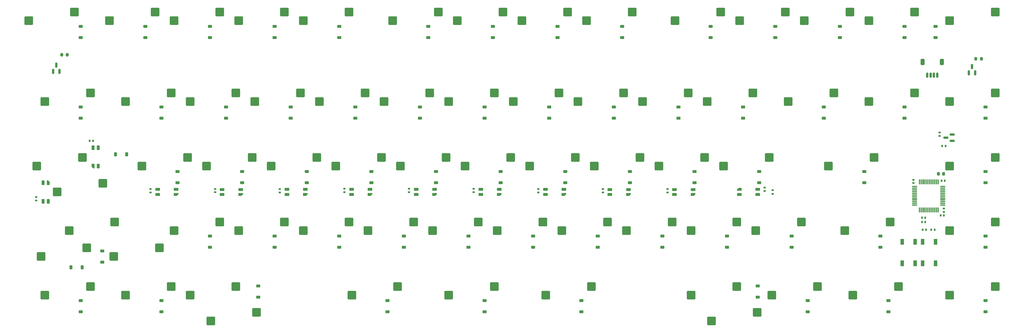
<source format=gbr>
%TF.GenerationSoftware,KiCad,Pcbnew,8.0.4*%
%TF.CreationDate,2024-08-19T01:28:38+08:00*%
%TF.ProjectId,cloak-xt,636c6f61-6b2d-4787-942e-6b696361645f,rev?*%
%TF.SameCoordinates,Original*%
%TF.FileFunction,Paste,Bot*%
%TF.FilePolarity,Positive*%
%FSLAX46Y46*%
G04 Gerber Fmt 4.6, Leading zero omitted, Abs format (unit mm)*
G04 Created by KiCad (PCBNEW 8.0.4) date 2024-08-19 01:28:38*
%MOMM*%
%LPD*%
G01*
G04 APERTURE LIST*
G04 Aperture macros list*
%AMRoundRect*
0 Rectangle with rounded corners*
0 $1 Rounding radius*
0 $2 $3 $4 $5 $6 $7 $8 $9 X,Y pos of 4 corners*
0 Add a 4 corners polygon primitive as box body*
4,1,4,$2,$3,$4,$5,$6,$7,$8,$9,$2,$3,0*
0 Add four circle primitives for the rounded corners*
1,1,$1+$1,$2,$3*
1,1,$1+$1,$4,$5*
1,1,$1+$1,$6,$7*
1,1,$1+$1,$8,$9*
0 Add four rect primitives between the rounded corners*
20,1,$1+$1,$2,$3,$4,$5,0*
20,1,$1+$1,$4,$5,$6,$7,0*
20,1,$1+$1,$6,$7,$8,$9,0*
20,1,$1+$1,$8,$9,$2,$3,0*%
%AMFreePoly0*
4,1,18,-0.410000,0.593000,-0.403758,0.624380,-0.385983,0.650983,-0.359380,0.668758,-0.328000,0.675000,0.328000,0.675000,0.359380,0.668758,0.385983,0.650983,0.403758,0.624380,0.410000,0.593000,0.410000,-0.593000,0.403758,-0.624380,0.385983,-0.650983,0.359380,-0.668758,0.328000,-0.675000,0.000000,-0.675000,-0.410000,-0.265000,-0.410000,0.593000,-0.410000,0.593000,$1*%
G04 Aperture macros list end*
%ADD10RoundRect,0.082000X0.593000X-0.328000X0.593000X0.328000X-0.593000X0.328000X-0.593000X-0.328000X0*%
%ADD11FreePoly0,90.000000*%
%ADD12RoundRect,0.082000X0.328000X0.593000X-0.328000X0.593000X-0.328000X-0.593000X0.328000X-0.593000X0*%
%ADD13FreePoly0,180.000000*%
%ADD14RoundRect,0.082000X-0.328000X-0.593000X0.328000X-0.593000X0.328000X0.593000X-0.328000X0.593000X0*%
%ADD15FreePoly0,0.000000*%
%ADD16RoundRect,0.082000X-0.593000X0.328000X-0.593000X-0.328000X0.593000X-0.328000X0.593000X0.328000X0*%
%ADD17FreePoly0,270.000000*%
%ADD18RoundRect,0.140000X-0.170000X0.140000X-0.170000X-0.140000X0.170000X-0.140000X0.170000X0.140000X0*%
%ADD19RoundRect,0.140000X-0.140000X-0.170000X0.140000X-0.170000X0.140000X0.170000X-0.140000X0.170000X0*%
%ADD20RoundRect,0.140000X0.170000X-0.140000X0.170000X0.140000X-0.170000X0.140000X-0.170000X-0.140000X0*%
%ADD21RoundRect,0.135000X-0.185000X0.135000X-0.185000X-0.135000X0.185000X-0.135000X0.185000X0.135000X0*%
%ADD22RoundRect,0.225000X0.375000X-0.225000X0.375000X0.225000X-0.375000X0.225000X-0.375000X-0.225000X0*%
%ADD23RoundRect,0.250000X1.025000X1.000000X-1.025000X1.000000X-1.025000X-1.000000X1.025000X-1.000000X0*%
%ADD24RoundRect,0.075000X0.075000X-0.662500X0.075000X0.662500X-0.075000X0.662500X-0.075000X-0.662500X0*%
%ADD25RoundRect,0.075000X0.662500X-0.075000X0.662500X0.075000X-0.662500X0.075000X-0.662500X-0.075000X0*%
%ADD26RoundRect,0.225000X0.225000X0.375000X-0.225000X0.375000X-0.225000X-0.375000X0.225000X-0.375000X0*%
%ADD27RoundRect,0.250000X-1.025000X-1.000000X1.025000X-1.000000X1.025000X1.000000X-1.025000X1.000000X0*%
%ADD28RoundRect,0.225000X-0.375000X0.225000X-0.375000X-0.225000X0.375000X-0.225000X0.375000X0.225000X0*%
%ADD29R,1.000000X1.700000*%
%ADD30RoundRect,0.150000X0.150000X-0.587500X0.150000X0.587500X-0.150000X0.587500X-0.150000X-0.587500X0*%
%ADD31RoundRect,0.200000X0.200000X0.275000X-0.200000X0.275000X-0.200000X-0.275000X0.200000X-0.275000X0*%
%ADD32RoundRect,0.150000X0.587500X0.150000X-0.587500X0.150000X-0.587500X-0.150000X0.587500X-0.150000X0*%
%ADD33RoundRect,0.140000X0.140000X0.170000X-0.140000X0.170000X-0.140000X-0.170000X0.140000X-0.170000X0*%
%ADD34RoundRect,0.135000X0.135000X0.185000X-0.135000X0.185000X-0.135000X-0.185000X0.135000X-0.185000X0*%
%ADD35RoundRect,0.150000X-0.150000X-0.625000X0.150000X-0.625000X0.150000X0.625000X-0.150000X0.625000X0*%
%ADD36RoundRect,0.250000X-0.350000X-0.650000X0.350000X-0.650000X0.350000X0.650000X-0.350000X0.650000X0*%
%ADD37RoundRect,0.225000X-0.225000X-0.250000X0.225000X-0.250000X0.225000X0.250000X-0.225000X0.250000X0*%
G04 APERTURE END LIST*
D10*
%TO.C,LED10*%
X97589536Y-130347661D03*
X97589536Y-131847661D03*
X103039536Y-130347661D03*
D11*
X103039536Y-131847661D03*
%TD*%
D10*
%TO.C,LED4*%
X211889536Y-130347661D03*
X211889536Y-131847661D03*
X217339536Y-130347661D03*
D11*
X217339536Y-131847661D03*
%TD*%
D10*
%TO.C,LED3*%
X230886411Y-130391411D03*
X230886411Y-131891411D03*
X236336411Y-130391411D03*
D11*
X236336411Y-131891411D03*
%TD*%
D10*
%TO.C,LED2*%
X249936411Y-130391411D03*
X249936411Y-131891411D03*
X255386411Y-130391411D03*
D11*
X255386411Y-131891411D03*
%TD*%
D10*
%TO.C,LED9*%
X116586411Y-130391411D03*
X116586411Y-131891411D03*
X122036411Y-130391411D03*
D11*
X122036411Y-131891411D03*
%TD*%
D12*
%TO.C,LED12*%
X63792661Y-133866411D03*
X65292661Y-133866411D03*
X63792661Y-128416411D03*
D13*
X65292661Y-128416411D03*
%TD*%
D14*
%TO.C,LED11*%
X80020786Y-118044536D03*
X78520786Y-118044536D03*
X80020786Y-123494536D03*
D15*
X78520786Y-123494536D03*
%TD*%
D10*
%TO.C,LED8*%
X135689536Y-130347661D03*
X135689536Y-131847661D03*
X141139536Y-130347661D03*
D11*
X141139536Y-131847661D03*
%TD*%
D10*
%TO.C,LED7*%
X154739536Y-130347661D03*
X154739536Y-131847661D03*
X160189536Y-130347661D03*
D11*
X160189536Y-131847661D03*
%TD*%
D10*
%TO.C,LED6*%
X173789536Y-130347661D03*
X173789536Y-131847661D03*
X179239536Y-130347661D03*
D11*
X179239536Y-131847661D03*
%TD*%
D10*
%TO.C,LED5*%
X192839536Y-130347661D03*
X192839536Y-131847661D03*
X198289536Y-130347661D03*
D11*
X198289536Y-131847661D03*
%TD*%
D16*
%TO.C,LED1*%
X274489536Y-131847661D03*
X274489536Y-130347661D03*
X269039536Y-131847661D03*
D17*
X269039536Y-130347661D03*
%TD*%
D18*
%TO.C,C21*%
X61764536Y-132645786D03*
X61764536Y-133605786D03*
%TD*%
D19*
%TO.C,C20*%
X77556411Y-116060161D03*
X78516411Y-116060161D03*
%TD*%
D20*
%TO.C,C19*%
X95498911Y-131224536D03*
X95498911Y-130264536D03*
%TD*%
%TO.C,C18*%
X114548911Y-131184536D03*
X114548911Y-130224536D03*
%TD*%
%TO.C,C17*%
X133598911Y-131224536D03*
X133598911Y-130264536D03*
%TD*%
%TO.C,C16*%
X152648911Y-131141411D03*
X152648911Y-130181411D03*
%TD*%
%TO.C,C15*%
X171698911Y-131141411D03*
X171698911Y-130181411D03*
%TD*%
%TO.C,C14*%
X190748911Y-131141411D03*
X190748911Y-130181411D03*
%TD*%
%TO.C,C13*%
X209798911Y-130264536D03*
X209798911Y-131224536D03*
%TD*%
%TO.C,C12*%
X228848911Y-130264536D03*
X228848911Y-131224536D03*
%TD*%
D21*
%TO.C,R5*%
X278855161Y-131651411D03*
X278855161Y-130631411D03*
%TD*%
D20*
%TO.C,C11*%
X247898911Y-130264536D03*
X247898911Y-131224536D03*
%TD*%
D18*
%TO.C,C8*%
X276473911Y-130827661D03*
X276473911Y-129867661D03*
%TD*%
D22*
%TO.C,D23*%
X232023911Y-106075786D03*
X232023911Y-109375786D03*
%TD*%
%TO.C,D16*%
X98673911Y-106075786D03*
X98673911Y-109375786D03*
%TD*%
%TO.C,D62*%
X165348911Y-163225786D03*
X165348911Y-166525786D03*
%TD*%
%TO.C,D7*%
X196400411Y-82263286D03*
X196400411Y-85563286D03*
%TD*%
%TO.C,D35*%
X179636411Y-125125786D03*
X179636411Y-128425786D03*
%TD*%
D23*
%TO.C,MX59*%
X88138911Y-161542036D03*
X101588911Y-159002036D03*
%TD*%
D22*
%TO.C,D41*%
X305842661Y-125125786D03*
X305842661Y-128425786D03*
%TD*%
D20*
%TO.C,C4*%
X320348911Y-127527036D03*
X320348911Y-128487036D03*
%TD*%
D24*
%TO.C,U1*%
X327598911Y-136419536D03*
X327098911Y-136419536D03*
X326598911Y-136419536D03*
X326098911Y-136419536D03*
X325598911Y-136419536D03*
X325098911Y-136419536D03*
X324598911Y-136419536D03*
X324098911Y-136419536D03*
X323598911Y-136419536D03*
X323098911Y-136419536D03*
X322598911Y-136419536D03*
X322098911Y-136419536D03*
D25*
X320686411Y-135007036D03*
X320686411Y-134507036D03*
X320686411Y-134007036D03*
X320686411Y-133507036D03*
X320686411Y-133007036D03*
X320686411Y-132507036D03*
X320686411Y-132007036D03*
X320686411Y-131507036D03*
X320686411Y-131007036D03*
X320686411Y-130507036D03*
X320686411Y-130007036D03*
X320686411Y-129507036D03*
D24*
X322098911Y-128094536D03*
X322598911Y-128094536D03*
X323098911Y-128094536D03*
X323598911Y-128094536D03*
X324098911Y-128094536D03*
X324598911Y-128094536D03*
X325098911Y-128094536D03*
X325598911Y-128094536D03*
X326098911Y-128094536D03*
X326598911Y-128094536D03*
X327098911Y-128094536D03*
X327598911Y-128094536D03*
D25*
X329011411Y-129507036D03*
X329011411Y-130007036D03*
X329011411Y-130507036D03*
X329011411Y-131007036D03*
X329011411Y-131507036D03*
X329011411Y-132007036D03*
X329011411Y-132507036D03*
X329011411Y-133007036D03*
X329011411Y-133507036D03*
X329011411Y-134007036D03*
X329011411Y-134507036D03*
X329011411Y-135007036D03*
%TD*%
D22*
%TO.C,D37*%
X217736411Y-125125786D03*
X217736411Y-128425786D03*
%TD*%
%TO.C,D3*%
X112961411Y-82263286D03*
X112961411Y-85563286D03*
%TD*%
D23*
%TO.C,MX20*%
X164338911Y-104392036D03*
X177788911Y-101852036D03*
%TD*%
D22*
%TO.C,D20*%
X174873911Y-106075786D03*
X174873911Y-109375786D03*
%TD*%
D23*
%TO.C,MX1*%
X59563911Y-80579536D03*
X73013911Y-78039536D03*
%TD*%
%TO.C,MX22*%
X202438911Y-104392036D03*
X215888911Y-101852036D03*
%TD*%
D22*
%TO.C,D8*%
X215450411Y-82263286D03*
X215450411Y-85563286D03*
%TD*%
%TO.C,D11*%
X279648911Y-82263286D03*
X279648911Y-85563286D03*
%TD*%
D23*
%TO.C,MX17*%
X107188911Y-104392036D03*
X120638911Y-101852036D03*
%TD*%
D22*
%TO.C,D59*%
X98673911Y-163225786D03*
X98673911Y-166525786D03*
%TD*%
%TO.C,D47*%
X132011411Y-144175786D03*
X132011411Y-147475786D03*
%TD*%
D23*
%TO.C,MX53*%
X235776411Y-142492036D03*
X249226411Y-139952036D03*
%TD*%
D22*
%TO.C,D54*%
X265361411Y-144175786D03*
X265361411Y-147475786D03*
%TD*%
D23*
%TO.C,MX14*%
X331026411Y-80579536D03*
X344476411Y-78039536D03*
%TD*%
%TO.C,MX12*%
X288163911Y-80579536D03*
X301613911Y-78039536D03*
%TD*%
%TO.C,MX56*%
X300070161Y-142492036D03*
X313520161Y-139952036D03*
%TD*%
%TO.C,MX60*%
X107188911Y-161542036D03*
X120638911Y-159002036D03*
%TD*%
D22*
%TO.C,D15*%
X74861411Y-106075786D03*
X74861411Y-109375786D03*
%TD*%
D19*
%TO.C,C3*%
X329578911Y-127757036D03*
X328618911Y-127757036D03*
%TD*%
D26*
%TO.C,D43*%
X72020786Y-153366411D03*
X75320786Y-153366411D03*
%TD*%
D23*
%TO.C,MX34*%
X150051411Y-123442036D03*
X163501411Y-120902036D03*
%TD*%
%TO.C,MX13*%
X307213911Y-80579536D03*
X320663911Y-78039536D03*
%TD*%
%TO.C,MX46*%
X102426411Y-142492036D03*
X115876411Y-139952036D03*
%TD*%
%TO.C,MX42*%
X331026411Y-123442036D03*
X344476411Y-120902036D03*
%TD*%
D27*
%TO.C,MX45*%
X98096411Y-147572036D03*
X84646411Y-150112036D03*
%TD*%
D28*
%TO.C,D45*%
X81211411Y-151841411D03*
X81211411Y-148541411D03*
%TD*%
D23*
%TO.C,MX29*%
X61945161Y-123442036D03*
X75395161Y-120902036D03*
%TD*%
D29*
%TO.C,BOOT1*%
X326877036Y-152150786D03*
X326877036Y-145850786D03*
X323077036Y-152150786D03*
X323077036Y-145850786D03*
%TD*%
D23*
%TO.C,MX7*%
X185865411Y-80579536D03*
X199315411Y-78039536D03*
%TD*%
D27*
%TO.C,MX30*%
X67977661Y-131062036D03*
X81427661Y-128522036D03*
%TD*%
D23*
%TO.C,MX8*%
X204915411Y-80579536D03*
X218365411Y-78039536D03*
%TD*%
D22*
%TO.C,D40*%
X274886411Y-125125786D03*
X274886411Y-128425786D03*
%TD*%
D23*
%TO.C,MX16*%
X88138911Y-104392036D03*
X101588911Y-101852036D03*
%TD*%
D22*
%TO.C,D19*%
X155823911Y-106075786D03*
X155823911Y-109375786D03*
%TD*%
D26*
%TO.C,D29*%
X85117661Y-120028911D03*
X88417661Y-120028911D03*
%TD*%
D23*
%TO.C,MX33*%
X131001411Y-123442036D03*
X144451411Y-120902036D03*
%TD*%
D18*
%TO.C,C5*%
X329348911Y-136987036D03*
X329348911Y-136027036D03*
%TD*%
D23*
%TO.C,MX54*%
X254826411Y-142492036D03*
X268276411Y-139952036D03*
%TD*%
D22*
%TO.C,D50*%
X189161411Y-144175786D03*
X189161411Y-147475786D03*
%TD*%
%TO.C,D48*%
X151061411Y-144175786D03*
X151061411Y-147475786D03*
%TD*%
%TO.C,D31*%
X103436411Y-125125786D03*
X103436411Y-128425786D03*
%TD*%
D23*
%TO.C,MX65*%
X254826411Y-161542036D03*
X268276411Y-159002036D03*
%TD*%
%TO.C,MX24*%
X240538911Y-104392036D03*
X253988911Y-101852036D03*
%TD*%
%TO.C,MX31*%
X92901411Y-123442036D03*
X106351411Y-120902036D03*
%TD*%
%TO.C,MX3*%
X102426411Y-80579536D03*
X115876411Y-78039536D03*
%TD*%
%TO.C,MX18*%
X126238911Y-104392036D03*
X139688911Y-101852036D03*
%TD*%
%TO.C,MX6*%
X166815411Y-80579536D03*
X180265411Y-78039536D03*
%TD*%
%TO.C,MX41*%
X295307661Y-123442036D03*
X308757661Y-120902036D03*
%TD*%
%TO.C,MX25*%
X259588911Y-104392036D03*
X273038911Y-101852036D03*
%TD*%
%TO.C,MX11*%
X269113911Y-80579536D03*
X282563911Y-78039536D03*
%TD*%
%TO.C,MX5*%
X140526411Y-80579536D03*
X153976411Y-78039536D03*
%TD*%
%TO.C,MX2*%
X83376411Y-80579536D03*
X96826411Y-78039536D03*
%TD*%
%TO.C,MX38*%
X226251411Y-123442036D03*
X239701411Y-120902036D03*
%TD*%
D22*
%TO.C,D52*%
X227261411Y-144175786D03*
X227261411Y-147475786D03*
%TD*%
D23*
%TO.C,MX48*%
X140526411Y-142492036D03*
X153976411Y-139952036D03*
%TD*%
D22*
%TO.C,D64*%
X222498911Y-163225786D03*
X222498911Y-166525786D03*
%TD*%
D29*
%TO.C,RST1*%
X317077036Y-145850786D03*
X317077036Y-152150786D03*
X320877036Y-145850786D03*
X320877036Y-152150786D03*
%TD*%
D22*
%TO.C,D2*%
X93911411Y-82263286D03*
X93911411Y-85563286D03*
%TD*%
%TO.C,D63*%
X193923911Y-163225786D03*
X193923911Y-166525786D03*
%TD*%
D23*
%TO.C,MX52*%
X216726411Y-142492036D03*
X230176411Y-139952036D03*
%TD*%
%TO.C,MX47*%
X121476411Y-142492036D03*
X134926411Y-139952036D03*
%TD*%
D22*
%TO.C,D34*%
X160586411Y-125125786D03*
X160586411Y-128425786D03*
%TD*%
D23*
%TO.C,MX68*%
X302451411Y-161542036D03*
X315901411Y-159002036D03*
%TD*%
D22*
%TO.C,D55*%
X284411411Y-144175786D03*
X284411411Y-147475786D03*
%TD*%
D23*
%TO.C,MX21*%
X183388911Y-104392036D03*
X196838911Y-101852036D03*
%TD*%
D22*
%TO.C,D67*%
X289173911Y-163225786D03*
X289173911Y-166525786D03*
%TD*%
%TO.C,D42*%
X341561411Y-125125786D03*
X341561411Y-128425786D03*
%TD*%
D30*
%TO.C,Q2*%
X337592661Y-94088286D03*
X336642661Y-95963286D03*
X338542661Y-95963286D03*
%TD*%
D22*
%TO.C,D18*%
X136773911Y-106075786D03*
X136773911Y-109375786D03*
%TD*%
D23*
%TO.C,MX64*%
X211963911Y-161542036D03*
X225413911Y-159002036D03*
%TD*%
D22*
%TO.C,D27*%
X317748911Y-106075786D03*
X317748911Y-109375786D03*
%TD*%
D23*
%TO.C,MX19*%
X145288911Y-104392036D03*
X158738911Y-101852036D03*
%TD*%
D31*
%TO.C,R2*%
X338720786Y-91850786D03*
X340370786Y-91850786D03*
%TD*%
D32*
%TO.C,U3*%
X329880161Y-115075786D03*
X331755161Y-116025786D03*
X331755161Y-114125786D03*
%TD*%
D23*
%TO.C,MX69*%
X331026411Y-161542036D03*
X344476411Y-159002036D03*
%TD*%
D27*
%TO.C,MX43*%
X76665161Y-147572036D03*
X63215161Y-150112036D03*
%TD*%
D19*
%TO.C,C6*%
X329328911Y-138007036D03*
X328368911Y-138007036D03*
%TD*%
D23*
%TO.C,MX9*%
X223965411Y-80579536D03*
X237415411Y-78039536D03*
%TD*%
%TO.C,MX49*%
X159576411Y-142492036D03*
X173026411Y-139952036D03*
%TD*%
D22*
%TO.C,D46*%
X112961411Y-144175786D03*
X112961411Y-147475786D03*
%TD*%
%TO.C,D22*%
X212973911Y-106075786D03*
X212973911Y-109375786D03*
%TD*%
%TO.C,D28*%
X341561411Y-106075786D03*
X341561411Y-109375786D03*
%TD*%
D23*
%TO.C,MX51*%
X197676411Y-142492036D03*
X211126411Y-139952036D03*
%TD*%
%TO.C,MX23*%
X221488911Y-104392036D03*
X234938911Y-101852036D03*
%TD*%
D22*
%TO.C,D33*%
X141536411Y-125125786D03*
X141536411Y-128425786D03*
%TD*%
%TO.C,D38*%
X236786411Y-125125786D03*
X236786411Y-128425786D03*
%TD*%
%TO.C,D49*%
X170111411Y-144175786D03*
X170111411Y-147475786D03*
%TD*%
%TO.C,D58*%
X74861411Y-163225786D03*
X74861411Y-166525786D03*
%TD*%
%TO.C,D39*%
X255836411Y-125125786D03*
X255836411Y-128425786D03*
%TD*%
D33*
%TO.C,C10*%
X328837661Y-117575786D03*
X329797661Y-117575786D03*
%TD*%
D23*
%TO.C,MX39*%
X245301411Y-123442036D03*
X258751411Y-120902036D03*
%TD*%
%TO.C,MX35*%
X169101411Y-123442036D03*
X182551411Y-120902036D03*
%TD*%
D30*
%TO.C,Q1*%
X67717661Y-93691411D03*
X66767661Y-95566411D03*
X68667661Y-95566411D03*
%TD*%
D22*
%TO.C,D14*%
X326877036Y-82263286D03*
X326877036Y-85563286D03*
%TD*%
D31*
%TO.C,R1*%
X69273911Y-90660161D03*
X70923911Y-90660161D03*
%TD*%
D22*
%TO.C,D53*%
X246311411Y-144175786D03*
X246311411Y-147475786D03*
%TD*%
D23*
%TO.C,MX40*%
X264351411Y-123442036D03*
X277801411Y-120902036D03*
%TD*%
D22*
%TO.C,D9*%
X234500411Y-82263286D03*
X234500411Y-85563286D03*
%TD*%
%TO.C,D17*%
X117723911Y-106075786D03*
X117723911Y-109375786D03*
%TD*%
%TO.C,D25*%
X270123911Y-106075786D03*
X270123911Y-109375786D03*
%TD*%
D23*
%TO.C,MX36*%
X188151411Y-123442036D03*
X201601411Y-120902036D03*
%TD*%
D20*
%TO.C,C9*%
X328067661Y-113595786D03*
X328067661Y-114555786D03*
%TD*%
D22*
%TO.C,D6*%
X177350411Y-82263286D03*
X177350411Y-85563286D03*
%TD*%
%TO.C,D5*%
X151061411Y-82263286D03*
X151061411Y-85563286D03*
%TD*%
D33*
%TO.C,C1*%
X322855488Y-139993613D03*
X323815488Y-139993613D03*
%TD*%
D34*
%TO.C,R4*%
X323088911Y-142257036D03*
X324108911Y-142257036D03*
%TD*%
D22*
%TO.C,D1*%
X74861411Y-82263286D03*
X74861411Y-85563286D03*
%TD*%
%TO.C,D57*%
X341561411Y-144175786D03*
X341561411Y-147475786D03*
%TD*%
D23*
%TO.C,MX62*%
X168263911Y-159002036D03*
X154813911Y-161542036D03*
%TD*%
%TO.C,MX57*%
X331026411Y-142492036D03*
X344476411Y-139952036D03*
%TD*%
%TO.C,MX28*%
X331026411Y-104392036D03*
X344476411Y-101852036D03*
%TD*%
D19*
%TO.C,C7*%
X323815488Y-138743613D03*
X322855488Y-138743613D03*
%TD*%
D27*
%TO.C,MX61*%
X126671411Y-166622036D03*
X113221411Y-169162036D03*
%TD*%
D22*
%TO.C,D21*%
X193923911Y-106075786D03*
X193923911Y-109375786D03*
%TD*%
D28*
%TO.C,D60*%
X127248911Y-162160161D03*
X127248911Y-158860161D03*
%TD*%
D23*
%TO.C,MX67*%
X292088911Y-159002036D03*
X278638911Y-161542036D03*
%TD*%
%TO.C,MX37*%
X207201411Y-123442036D03*
X220651411Y-120902036D03*
%TD*%
D28*
%TO.C,D65*%
X274489536Y-162160161D03*
X274489536Y-158860161D03*
%TD*%
D22*
%TO.C,D36*%
X198686411Y-125125786D03*
X198686411Y-128425786D03*
%TD*%
D35*
%TO.C,J1*%
X324386411Y-96628911D03*
X325386411Y-96628911D03*
X326386411Y-96628911D03*
X327386411Y-96628911D03*
D36*
X323086411Y-92753911D03*
X328686411Y-92753911D03*
%TD*%
D22*
%TO.C,D68*%
X312986411Y-163225786D03*
X312986411Y-166525786D03*
%TD*%
%TO.C,D12*%
X298698911Y-82263286D03*
X298698911Y-85563286D03*
%TD*%
D23*
%TO.C,MX15*%
X64326411Y-104392036D03*
X77776411Y-101852036D03*
%TD*%
D22*
%TO.C,D4*%
X132011411Y-82263286D03*
X132011411Y-85563286D03*
%TD*%
D34*
%TO.C,R3*%
X325588911Y-142257036D03*
X326608911Y-142257036D03*
%TD*%
D22*
%TO.C,D13*%
X317748911Y-82263286D03*
X317748911Y-85563286D03*
%TD*%
%TO.C,D26*%
X293936411Y-106075786D03*
X293936411Y-109375786D03*
%TD*%
D23*
%TO.C,MX32*%
X111951411Y-123442036D03*
X125401411Y-120902036D03*
%TD*%
D22*
%TO.C,D51*%
X208211411Y-144175786D03*
X208211411Y-147475786D03*
%TD*%
D23*
%TO.C,MX55*%
X273876411Y-142492036D03*
X287326411Y-139952036D03*
%TD*%
%TO.C,MX44*%
X71470161Y-142492036D03*
X84920161Y-139952036D03*
%TD*%
D37*
%TO.C,C2*%
X329258286Y-125763286D03*
X327708286Y-125763286D03*
%TD*%
D23*
%TO.C,MX27*%
X307213911Y-104392036D03*
X320663911Y-101852036D03*
%TD*%
D22*
%TO.C,D24*%
X251073911Y-106075786D03*
X251073911Y-109375786D03*
%TD*%
D27*
%TO.C,MX66*%
X274308911Y-166622036D03*
X260858911Y-169162036D03*
%TD*%
D22*
%TO.C,D56*%
X310605161Y-144175786D03*
X310605161Y-147475786D03*
%TD*%
D23*
%TO.C,MX26*%
X283401411Y-104392036D03*
X296851411Y-101852036D03*
%TD*%
%TO.C,MX50*%
X178626411Y-142492036D03*
X192076411Y-139952036D03*
%TD*%
D22*
%TO.C,D32*%
X122486411Y-125125786D03*
X122486411Y-128425786D03*
%TD*%
%TO.C,D10*%
X260598911Y-82263286D03*
X260598911Y-85563286D03*
%TD*%
D23*
%TO.C,MX58*%
X64326411Y-161542036D03*
X77776411Y-159002036D03*
%TD*%
%TO.C,MX63*%
X183388911Y-161542036D03*
X196838911Y-159002036D03*
%TD*%
%TO.C,MX10*%
X250063911Y-80579536D03*
X263513911Y-78039536D03*
%TD*%
D22*
%TO.C,D69*%
X341561411Y-163225786D03*
X341561411Y-166525786D03*
%TD*%
D23*
%TO.C,MX4*%
X121476411Y-80579536D03*
X134926411Y-78039536D03*
%TD*%
M02*

</source>
